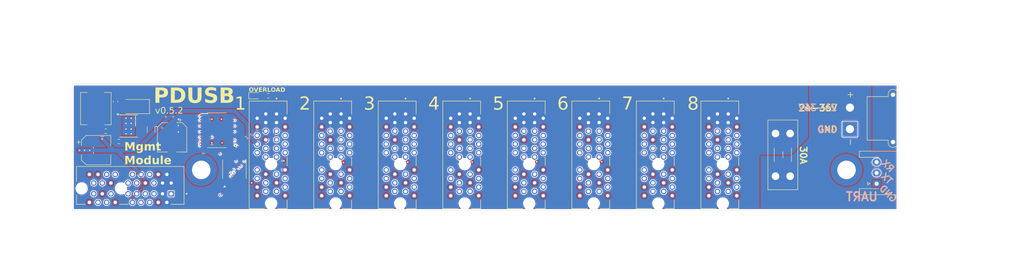
<source format=kicad_pcb>
(kicad_pcb (version 20240108) (generator "pcbnew") (generator_version "8.0")
  (title_block (date "2024-06-09") (rev "v0.5.2"))
  (layers (0 "F.Cu" signal) (1 "In1.Cu" power) (2 "In2.Cu" power) (31 "B.Cu" signal) (34 "B.Paste" user) (35 "F.Paste" user) (36 "B.SilkS" user "B.Silkscreen") (37 "F.SilkS" user "F.Silkscreen") (38 "B.Mask" user) (39 "F.Mask" user) (44 "Edge.Cuts" user))
  (net 0 "")
  (net 1 "GND")
  (net 2 "VIN")
  (net 3 "SDA1")
  (net 4 "ALERT")
  (net 7 "SDA5")
  (net 8 "SDA2")
  (net 9 "SDA6")
  (net 12 "SDA3")
  (net 13 "VDD")
  (net 15 "SDA7")
  (net 16 "SDA4")
  (net 17 "SDA8")
  (net 19 "SWD1")
  (net 21 "SW_A0")
  (net 22 "OVERLOAD")
  (net 28 "SW_A1")
  (net 29 "SWD5")
  (net 30 "SW_A2")
  (net 31 "SWD2")
  (net 32 "SWCLK")
  (net 33 "SWD6")
  (net 34 "SWD3")
  (net 35 "+5V")
  (net 36 "SCL")
  (net 37 "SDA")
  (net 38 "SWD")
  (net 39 "I2C_RESET")
  (net 41 "Net-(D1-A)")
  (net 45 "SWD7")
  (net 50 "/VIN_PREFUSE")
  (net 51 "SWD4")
  (net 59 "SWD8")
  (net 77 "Net-(U1-BOOT)")
  (net 78 "/SW")
  (net 81 "UART_TX")
  (net 86 "UART_RX")
  (net 125 "/VSENSE")
  (footprint "MountingHole:MountingHole_4.3mm_M4_DIN965_Pad" (layer "F.Cu") (at 215 70)
    (property "Reference" "H2" (hide yes))
    (property "Value" "LRS")
  )
  (footprint "Inductor_SMD:L_Sunlord_MWSA0603S" (layer "F.Cu") (at 40.495 55.751471 -90)
    (property "Reference" "L1" (hide yes))
    (property "Value" "15uH")
  )
  (footprint "Local Library:AMPHENOL_PCI_E_10018783-10210TLF" (layer "F.Cu") (at 126.25 68.65 -90)
    (property "Reference" "J9" (hide yes))
    (property "Value" "Bus_PCI_Express_x1")
  )
  (footprint "Diode_SMD:D_SMA" (layer "F.Cu") (at 49.465 55.28 180)
    (property "Reference" "D2" (hide yes))
    (property "Value" "SS34")
  )
  (footprint "Capacitor_SMD:CP_Elec_6.3x5.4_Nichicon" (layer "F.Cu") (at 40.565 65.4)
    (property "Reference" "C4" (hide yes))
    (property "Value" "220uF")
  )
  (footprint "Package_SO:TSSOP-16_4.4x5mm_P0.65mm" (layer "F.Cu") (at 72.7 69.8 90)
    (property "Reference" "U3" (hide yes))
    (property "Value" "74HC4051")
  )
  (footprint "Capacitor_SMD:C_0603_1608Metric" (layer "F.Cu") (at 45.095 54.106471 90)
    (property "Reference" "C3" (hide yes))
    (property "Value" "10nF")
  )
  (footprint "MountingHole:MountingHole_4.3mm_M4_DIN965_Pad" (layer "F.Cu") (at 65 70)
    (property "Reference" "H1" (hide yes))
    (property "Value" "LRS")
  )
  (footprint "Local Library:AMPHENOL_PCI_E_10018783-10210TLF" (layer "F.Cu") (at 96.25 68.65 -90)
    (property "Reference" "J5" (hide yes))
    (property "Value" "Bus_PCI_Express_x1")
  )
  (footprint "Resistor_SMD:R_0603_1608Metric" (layer "F.Cu") (at 45.845 63.406471)
    (property "Reference" "R3" (hide yes))
    (property "Value" "3.24K")
  )
  (footprint "LED_SMD:LED_0603_1608Metric" (layer "F.Cu") (at 77.53 52.75)
    (property "Reference" "D1" (hide yes))
    (property "Value" "LED")
  )
  (footprint "Local Library:AMPHENOL_PCI_E_10018783-10210TLF" (layer "F.Cu") (at 81.25 68.65 -90)
    (property "Reference" "J3" (hide yes))
    (property "Value" "Bus_PCI_Express_x1")
  )
  (footprint "Package_SO:TSSOP-24_4.4x7.8mm_P0.65mm" (layer "F.Cu") (at 68.6225 60.79 180)
    (property "Reference" "U2" (hide yes))
    (property "Value" "TCA9548APWR")
  )
  (footprint "Local Library:AMPHENOL_PCI_E_10018783-10210TLF" (layer "F.Cu") (at 171.25 68.65 -90)
    (property "Reference" "J8" (hide yes))
    (property "Value" "Bus_PCI_Express_x1")
  )
  (footprint "Local Library:AMPHENOL_PCI_E_10018783-10210TLF" (layer "F.Cu") (at 46.35 74.3 180)
    (property "Reference" "J1" (hide yes))
    (property "Value" "Mgmt_Module")
  )
  (footprint "Fuse:Fuseholder_Blade_Mini_Keystone_3568" (layer "F.Cu") (at 201.9 61.54 -90)
    (property "Reference" "F1" (hide yes))
    (property "Value" "15A")
  )
  (footprint "Capacitor_SMD:CP_Elec_6.3x7.7" (layer "F.Cu") (at 58.225 62.426471 -90)
    (property "Reference" "C1" (hide yes))
    (property "Value" "47uF")
  )
  (footprint "Local Library:AMPHENOL_PCI_E_10018783-10210TLF" (layer "F.Cu") (at 141.25 68.65 -90)
    (property "Reference" "J4" (hide yes))
    (property "Value" "Bus_PCI_Express_x1")
  )
  (footprint "Resistor_SMD:R_0603_1608Metric" (layer "F.Cu") (at 80.58 52.77 180)
    (property "Reference" "R1" (hide yes))
    (property "Value" "220R")
  )
  (footprint "Connector_AMASS:AMASS_XT30PW-M_1x02_P2.50mm_Horizontal" (layer "F.Cu") (at 215.8 60.52 -90)
    (property "Reference" "J2" (hide yes))
    (property "Value" "PWR")
  )
  (footprint "Local Library:AMPHENOL_PCI_E_10018783-10210TLF" (layer "F.Cu") (at 186.25 68.65 -90)
    (property "Reference" "J10" (hide yes))
    (property "Value" "Bus_PCI_Express_x1")
  )
  (footprint "Local Library:AMPHENOL_PCI_E_10018783-10210TLF" (layer "F.Cu") (at 111.25 68.65 -90)
    (property "Reference" "J7" (hide yes))
    (property "Value" "Bus_PCI_Express_x1")
  )
  (footprint "Package_SO:TI_SO-PowerPAD-8_ThermalVias" (layer "F.Cu") (at 48.115 59.796471)
    (property "Reference" "U1" (hide yes))
    (property "Value" "TPS5430DDA")
  )
  (footprint "Connector_JST:JST_XH_S3B-XH-A-1_1x03_P2.50mm_Horizontal" (layer "F.Cu") (at 222 73.2 90)
    (property "Reference" "J11" (hide yes))
    (property "Value" "UPS_UART")
  )
  (footprint "Resistor_SMD:R_0603_1608Metric" (layer "F.Cu") (at 42.795 61)
    (property "Reference" "R2" (hide yes))
    (property "Value" "10K")
  )
  (footprint "Capacitor_SMD:C_1206_3216Metric" (layer "F.Cu") (at 53.335 60.606471 -90)
    (property "Reference" "C2" (hide yes))
    (property "Value" "10uF")
  )
  (footprint "Local Library:AMPHENOL_PCI_E_10018783-10210TLF" (layer "F.Cu") (at 156.25 68.65 -90)
    (property "Reference" "J6" (hide yes))
    (property "Value" "Bus_PCI_Express_x1")
  )
  (gr_line (start 35 50.5) (end 35 79) (stroke (width 0.05)) (layer "Edge.Cuts"))
  (gr_arc (start 226.5 50) (mid 226.853553 50.146447) (end 227 50.5) (stroke (width 0.05)) (layer "Edge.Cuts"))
  (gr_line (start 226.5 79.5) (end 35.5 79.5) (stroke (width 0.05)) (layer "Edge.Cuts"))
  (gr_line (start 35.5 50) (end 226.5 50) (stroke (width 0.05)) (layer "Edge.Cuts"))
  (gr_arc (start 227 79) (mid 226.853553 79.353553) (end 226.5 79.5) (stroke (width 0.05)) (layer "Edge.Cuts"))
  (gr_arc (start 35.5 79.5) (mid 35.146447 79.353553) (end 35 79) (stroke (width 0.05)) (layer "Edge.Cuts"))
  (gr_line (start 227 50.5) (end 227 79) (stroke (width 0.05)) (layer "Edge.Cuts"))
  (gr_arc (start 35 50.5) (mid 35.146447 50.146447) (end 35.5 50) (stroke (width 0.05)) (layer "Edge.Cuts"))
  (gr_text "GND" (at 213 61.5 -0) (layer "B.SilkS") (effects (font (size 1.5 1.5) (thickness 0.3) (bold yes)) (justify left bottom mirror)))
  (gr_text "24-36V" (at 212.9 56.4 0) (layer "B.SilkS") (effects (font (size 1.5 1.5) (thickness 0.3) (bold yes)) (justify left bottom mirror)))
  (gr_text "UART" (at 222.5 77.4 0) (layer "B.SilkS") (effects (font (size 2 2) (thickness 0.4) (bold yes)) (justify left bottom mirror)))
  (gr_text "TX" (at 224.8 73.7 315) (layer "B.SilkS") (effects (font (size 1.5 1.5) (thickness 0.3) (bold yes)) (justify left bottom mirror)))
  (gr_text "RX" (at 225.2 70.9 315) (layer "B.SilkS") (effects (font (size 1.5 1.5) (thickness 0.3) (bold yes)) (justify left bottom mirror)))
  (gr_text "GND" (at 225.8 77.9 315) (layer "B.SilkS") (effects (font (size 1.5 1.5) (thickness 0.3) (bold yes)) (justify left bottom mirror)))
  (gr_text "${REVISION}" (at 54.24 57.17 0) (layer "F.SilkS") (effects (font (size 1.5 1.5) (thickness 0.225)) (justify left bottom)))
  (gr_text "8" (at 178 56.5 0) (layer "F.SilkS") (effects (font (size 3 3) (thickness 0.3)) (justify left bottom)))
  (gr_text "24-36V" (at 203.74 56.47 0) (layer "F.SilkS") (effects (font (size 1.5 1.5) (thickness 0.3) (bold yes)) (justify left bottom)))
  (gr_text "Mgmt\nModule" (at 47.1 69 0) (layer "F.SilkS") (effects (font (size 1.9 1.9) (thickness 0.375) (bold yes)) (justify left bottom)))
  (gr_text "GND" (at 208.11 61.47 0) (layer "F.SilkS") (effects (font (size 1.5 1.5) (thickness 0.3) (bold yes)) (justify left bottom)))
  (gr_text "3" (at 102.75 56.5 0) (layer "F.SilkS") (effects (font (size 3 3) (thickness 0.3)) (justify left bottom)))
  (gr_text "30A" (at 204.1 64.3 270) (layer "F.SilkS") (effects (font (size 1.5 1.5) (thickness 0.3) (bold yes)) (justify left bottom)))
  (gr_text "2" (at 87.75 56.5 0) (layer "F.SilkS") (effects (font (size 3 3) (thickness 0.3)) (justify left bottom)))
  (gr_text "6" (at 147.75 56.5 0) (layer "F.SilkS") (effects (font (size 3 3) (thickness 0.3)) (justify left bottom)))
  (gr_text "OVERLOAD" (at 76.045 52.015 0) (layer "F.SilkS") (effects (font (size 1 1) (thickness 0.2) (bold yes)) (justify left bottom)))
  (gr_text "5" (at 132.75 56.5 0) (layer "F.SilkS") (effects (font (size 3 3) (thickness 0.3)) (justify left bottom)))
  (gr_text "7" (at 162.75 56.5 0) (layer "F.SilkS") (effects (font (size 3 3) (thickness 0.3)) (justify left bottom)))
  (gr_text "PDUSB" (at 53.9 55 0) (layer "F.SilkS") (effects (font (size 3.5 3.5) (thickness 0.6) (bold yes)) (justify left bottom)))
  (gr_text "4" (at 117.75 56.5 0) (layer "F.SilkS") (effects (font (size 3 3) (thickness 0.3)) (justify left bottom)))
  (gr_text "1" (at 72.75 56.5 0) (layer "F.SilkS") (effects (font (size 3 3) (thickness 0.3)) (justify left bottom)))
  (via (at 76.7 73) (size 0.6) (drill 0.3) (layers "F.Cu" "B.Cu") (net 1))
  (via (at 143 68.1) (size 0.6) (drill 0.3) (layers "F.Cu" "B.Cu") (net 1))
  (via (at 69.86 63.71) (size 0.6) (drill 0.3) (layers "F.Cu" "B.Cu") (net 1))
  (via (at 128 68.2) (size 0.6) (drill 0.3) (layers "F.Cu" "B.Cu") (net 1))
  (via (at 113 68.2) (size 0.6) (drill 0.3) (layers "F.Cu" "B.Cu") (net 1))
  (via (at 69.7 58.2) (size 0.6) (drill 0.3) (layers "F.Cu" "B.Cu") (net 1))
  (via (at 84.2 67.9) (size 0.6) (drill 0.3) (layers "F.Cu" "B.Cu") (net 1))
  (via (at 67.48 63.71) (size 0.6) (drill 0.3) (layers "F.Cu" "B.Cu") (net 1))
  (via (at 98.1 68.3) (size 0.6) (drill 0.3) (layers "F.Cu" "B.Cu") (net 1))
  (via (at 67.5 58.2) (size 0.6) (drill 0.3) (layers "F.Cu" "B.Cu") (net 1))
  (via (at 158.1 68.1) (size 0.6) (drill 0.3) (layers "F.Cu" "B.Cu") (net 1))
  (via (at 59.66 58.18) (size 0.5) (drill 0.3) (layers "F.Cu" "B.Cu") (net 2))
  (via (at 59.66 61.18) (size 0.5) (drill 0.3) (layers "F.Cu" "B.Cu") (net 2))
  (via (at 59.66 59.68) (size 0.5) (drill 0.3) (layers "F.Cu" "B.Cu") (net 2))
  (segment (start 80 61) (end 77.5 61) (width 0.2) (layer "F.Cu") (net 3))
  (segment (start 77.5 61) (end 76.085 62.415) (width 0.2) (layer "F.Cu") (net 3))
  (segment (start 76.085 62.415) (end 71.485 62.415) (width 0.2) (layer "F.Cu") (net 3))
  (segment (start 64.885 57.215) (end 64.6 57.5) (width 0.2) (layer "F.Cu") (net 7))
  (segment (start 65.76 57.215) (end 64.885 57.215) (width 0.2) (layer "F.Cu") (net 7))
  (via (at 64.6 57.5) (size 0.45) (drill 0.3) (layers "F.Cu" "B.Cu") (net 7))
  (segment (start 72.8 61.11) (end 71.49 61.11) (width 0.2) (layer "F.Cu") (net 8))
  (segment (start 71.49 61.11) (end 71.485 61.115) (width 0.2) (layer "F.Cu") (net 8))
  (via (at 72.8 61.11) (size 0.45) (drill 0.3) (layers "F.Cu" "B.Cu") (net 8))
  (segment (start 64.6 58.52) (end 64.605 58.515) (width 0.2) (layer "F.Cu") (net 9))
  (segment (start 64.605 58.515) (end 65.76 58.515) (width 0.2) (layer "F.Cu") (net 9))
  (via (at 64.6 58.52) (size 0.45) (drill 0.3) (layers "F.Cu" "B.Cu") (net 9))
  (segment (start 72.8 59.81) (end 71.49 59.81) (width 0.2) (layer "F.Cu") (net 12))
  (segment (start 71.49 59.81) (end 71.485 59.815) (width 0.2) (layer "F.Cu") (net 12))
  (via (at 72.8 59.81) (size 0.45) (drill 0.3) (layers "F.Cu" "B.Cu") (net 12))
  (segment (start 68.215 64.365) (end 70.425 66.575) (width 0.2) (layer "F.Cu") (net 13))
  (segment (start 70.425 66.575) (end 70.425 67.025) (width 0.2) (layer "F.Cu") (net 13))
  (segment (start 64.6 64.369732) (end 64.604732 64.365) (width 0.2) (layer "F.Cu") (net 13))
  (segment (start 65.76 64.365) (end 68.215 64.365) (width 0.2) (layer "F.Cu") (net 13))
  (segment (start 64.604732 64.365) (end 65.76 64.365) (width 0.2) (layer "F.Cu") (net 13))
  (via (at 64.6 64.369732) (size 0.45) (drill 0.3) (layers "F.Cu" "B.Cu") (net 13))
  (segment (start 64.605 59.815) (end 65.76 59.815) (width 0.2) (layer "F.Cu") (net 15))
  (segment (start 64.6 59.81) (end 64.605 59.815) (width 0.2) (layer "F.Cu") (net 15))
  (via (at 64.6 59.81) (size 0.45) (drill 0.3) (layers "F.Cu" "B.Cu") (net 15))
  (segment (start 72.785 58.515) (end 71.485 58.515) (width 0.2) (layer "F.Cu") (net 16))
  (segment (start 72.8 58.5) (end 72.785 58.515) (width 0.2) (layer "F.Cu") (net 16))
  (via (at 72.8 58.5) (size 0.45) (drill 0.3) (layers "F.Cu" "B.Cu") (net 16))
  (segment (start 64.6 61.11) (end 65.755 61.11) (width 0.2) (layer "F.Cu") (net 17))
  (segment (start 65.755 61.11) (end 65.76 61.115) (width 0.2) (layer "F.Cu") (net 17))
  (via (at 64.6 61.11) (size 0.45) (drill 0.3) (layers "F.Cu" "B.Cu") (net 17))
  (segment (start 80.279018 64.056) (end 79.279018 64.056) (width 0.2) (layer "F.Cu") (net 19))
  (segment (start 72.979288 68.624999) (end 72.375 68.020711) (width 0.2) (layer "F.Cu") (net 19))
  (segment (start 77.608982 65.056) (end 76.9 65.764982) (width 0.2) (layer "F.Cu") (net 19))
  (segment (start 76.9 65.764982) (end 76.9 67.2) (width 0.2) (layer "F.Cu") (net 19))
  (segment (start 72.375 68.020711) (end 72.375 66.9375) (width 0.2) (layer "F.Cu") (net 19))
  (segment (start 82.5 61) (end 80.944 62.556) (width 0.2) (layer "F.Cu") (net 19))
  (segment (start 80.944 63.391018) (end 80.279018 64.056) (width 0.2) (layer "F.Cu") (net 19))
  (segment (start 76.9 67.2) (end 75.475001 68.624999) (width 0.2) (layer "F.Cu") (net 19))
  (segment (start 75.475001 68.624999) (end 72.979288 68.624999) (width 0.2) (layer "F.Cu") (net 19))
  (segment (start 79.279018 64.056) (end 78.279018 65.056) (width 0.2) (layer "F.Cu") (net 19))
  (segment (start 80.944 62.556) (end 80.944 63.391018) (width 0.2) (layer "F.Cu") (net 19))
  (segment (start 78.279018 65.056) (end 77.608982 65.056) (width 0.2) (layer "F.Cu") (net 19))
  (segment (start 73.675 64.835) (end 73.675 67.025) (width 0.2) (layer "F.Cu") (net 21))
  (segment (start 73.2 64.36) (end 73.675 64.835) (width 0.2) (layer "F.Cu") (net 21))
  (segment (start 73.2 64.36) (end 73.195 64.365) (width 0.2) (layer "F.Cu") (net 21))
  (segment (start 73.195 64.365) (end 71.485 64.365) (width 0.2) (layer "F.Cu") (net 21))
  (via (at 73.2 64.36) (size 0.45) (drill 0.3) (layers "F.Cu" "B.Cu") (net 21))
  (segment (start 81.405 52.77) (end 81.405 59.352018) (width 0.2) (layer "F.Cu") (net 22))
  (segment (start 83.556 73.056) (end 84.5 74) (width 0.2) (layer "F.Cu") (net 22))
  (segment (start 82.108982 60.056) (end 82.891018 60.056) (width 0.2) (layer "F.Cu") (net 22))
  (segment (start 81.405 59.352018) (end 82.108982 60.056) (width 0.2) (layer "F.Cu") (net 22))
  (segment (start 82.891018 60.056) (end 83.556 60.720982) (width 0.2) (layer "F.Cu") (net 22))
  (segment (start 83.556 60.720982) (end 83.556 73.056) (width 0.2) (layer "F.Cu") (net 22))
  (segment (start 72.794997 63.715) (end 71.485 63.715) (width 0.2) (layer "F.Cu") (net 28))
  (segment (start 73.302466 63.720003) (end 74.325 64.742537) (width 0.2) (layer "F.Cu") (net 28))
  (segment (start 72.8 63.720003) (end 73.302466 63.720003) (width 0.2) (layer "F.Cu") (net 28))
  (segment (start 74.325 64.742537) (end 74.325 67.025) (width 0.2) (layer "F.Cu") (net 28))
  (segment (start 72.8 63.720003) (end 72.794997 63.715) (width 0.2) (layer "F.Cu") (net 28))
  (via (at 72.8 63.720003) (size 0.45) (drill 0.3) (layers "F.Cu" "B.Cu") (net 28))
  (segment (start 72.6 69.947808) (end 71.352192 69.947808) (width 0.2) (layer "F.Cu") (net 29))
  (segment (start 70.425 70.875) (end 70.425 72.6625) (width 0.2) (layer "F.Cu") (net 29))
  (segment (start 71.352192 69.947808) (end 70.425 70.875) (width 0.2) (layer "F.Cu") (net 29))
  (via (at 72.6 69.947808) (size 0.45) (drill 0.3) (layers "F.Cu" "B.Cu") (net 29))
  (segment (start 75 68) (end 74.975 67.975) (width 0.2) (layer "F.Cu") (net 30))
  (segment (start 67.515 62.425) (end 67.505 62.415) (width 0.2) (layer "F.Cu") (net 30))
  (segment (start 74.975 67.975) (end 74.975 66.9375) (width 0.2) (layer "F.Cu") (net 30))
  (segment (start 64.6 62.41) (end 64.605 62.415) (width 0.2) (layer "F.Cu") (net 30))
  (segment (start 64.605 62.415) (end 65.76 62.415) (width 0.2) (layer "F.Cu") (net 30))
  (segment (start 67.505 62.415) (end 65.76 62.415) (width 0.2) (layer "F.Cu") (net 30))
  (via (at 67.515 62.425) (size 0.45) (drill 0.3) (layers "F.Cu" "B.Cu") (net 30))
  (via (at 64.6 62.41) (size 0.45) (drill 0.3) (layers "F.Cu" "B.Cu") (net 30))
  (via (at 75 68) (size 0.45) (drill 0.3) (layers "F.Cu" "B.Cu") (net 30))
  (segment (start 74.175 69.024999) (end 72.813602 69.024999) (width 0.2) (layer "F.Cu") (net 31))
  (segment (start 72.813602 69.024999) (end 71.725 67.936397) (width 0.2) (layer "F.Cu") (net 31))
  (segment (start 71.725 67.936397) (end 71.725 66.9375) (width 0.2) (layer "F.Cu") (net 31))
  (segment (start 74.3 69.149999) (end 74.175 69.024999) (width 0.2) (layer "F.Cu") (net 31))
  (via (at 74.3 69.149999) (size 0.45) (drill 0.3) (layers "F.Cu" "B.Cu") (net 31))
  (segment (start 72.631913 70.7) (end 73.025 71.093087) (width 0.2) (layer "F.Cu") (net 33))
  (segment (start 73.025 71.093087) (end 73.025 72.6625) (width 0.2) (layer "F.Cu") (net 33))
  (via (at 72.631913 70.7) (size 0.45) (drill 0.3) (layers "F.Cu" "B.Cu") (net 33))
  (segment (start 73.496751 69.424999) (end 72.647916 69.424999) (width 0.2) (layer "F.Cu") (net 34))
  (segment (start 72.647916 69.424999) (end 71.075 67.852083) (width 0.2) (layer "F.Cu") (net 34))
  (segment (start 71.075 67.852083) (end 71.075 66.9375) (width 0.2) (layer "F.Cu") (net 34))
  (segment (start 73.7 69.628248) (end 73.496751 69.424999) (width 0.2) (layer "F.Cu") (net 34))
  (via (at 73.7 69.628248) (size 0.5) (drill 0.3) (layers "F.Cu" "B.Cu") (net 34))
  (segment (start 41.97 62.79) (end 41.97 61) (width 0.2) (layer "F.Cu") (net 35))
  (via (at 37.871471 65.46) (size 0.6) (drill 0.3) (layers "F.Cu" "B.Cu") (net 35))
  (via (at 41.97 62.79) (size 0.45) (drill 0.3) (layers "F.Cu" "B.Cu") (net 35))
  (via (at 39.09 65.46) (size 0.6) (drill 0.3) (layers "F.Cu" "B.Cu") (net 35))
  (via (at 36.71 65.46) (size 0.6) (drill 0.3) (layers "F.Cu" "B.Cu") (net 35))
  (segment (start 45.41 65.46) (end 44.64 65.46) (width 1) (layer "B.Cu") (net 35))
  (segment (start 51 71.05) (end 51 74.55) (width 0.3) (layer "B.Cu") (net 35))
  (segment (start 51 71.05) (end 45.41 65.46) (width 1) (layer "B.Cu") (net 35))
  (segment (start 75.8 59.4) (end 75.8 61.8) (width 1) (layer "B.Cu") (net 35))
  (segment (start 37.871471 65.46) (end 37.865 65.466471) (width 0.2) (layer "B.Cu") (net 35))
  (segment (start 49.84 65.46) (end 59 56.3) (width 1) (layer "B.Cu") (net 35))
  (segment (start 75.8 61.8) (end 78 64) (width 1) (layer "B.Cu") (net 35))
  (segment (start 49 77.55) (end 49 76.55) (width 0.3) (layer "B.Cu") (net 35))
  (segment (start 49 76.55) (end 50 75.55) (width 0.3) (layer "B.Cu") (net 35))
  (segment (start 44.64 65.46) (end 36.71 65.46) (width 1) (layer "B.Cu") (net 35))
  (segment (start 41.97 62.79) (end 44.64 65.46) (width 1) (layer "B.Cu") (net 35))
  (segment (start 44.64 65.46) (end 49.84 65.46) (width 1) (layer "B.Cu") (net 35))
  (segment (start 51 74.55) (end 50 75.55) (width 0.3) (layer "B.Cu") (net 35))
  (segment (start 72.7 56.3) (end 75.8 59.4) (width 1) (layer "B.Cu") (net 35))
  (segment (start 59 56.3) (end 72.7 56.3) (width 1) (layer "B.Cu") (net 35))
  (segment (start 70.829044 61.765) (end 71.485 61.765) (width 0.2) (layer "F.Cu") (net 36))
  (segment (start 66.575 60.465) (end 65.76 60.465) (width 0.2) (layer "F.Cu") (net 36))
  (segment (start 70.4475 60.765001) (end 70.4475 61.383456) (width 0.2) (layer "F.Cu") (net 36))
  (segment (start 65.76 61.765) (end 66.497499 61.765) (width 0.2) (layer "F.Cu") (net 36))
  (segment (start 70.747501 59.165) (end 70.4 59.512501) (width 0.2) (layer "F.Cu") (net 36))
  (segment (start 70.4 60.035956) (end 70.829044 60.465) (width 0.2) (layer "F.Cu") (net 36))
  (segment (start 65.76 61.765) (end 64.502537 61.765) (width 0.2) (layer "F.Cu") (net 36))
  (segment (start 66.497499 59.165) (end 66.7975 59.465001) (width 0.2) (layer "F.Cu") (net 36))
  (segment (start 65.76 60.465) (end 66.497499 60.465) (width 0.2) (layer "F.Cu") (net 36))
  (segment (start 64.075 63.502266) (end 64.075 64.587195) (width 0.2) (layer "F.Cu") (net 36))
  (segment (start 71.485 59.165) (end 70.747501 59.165) (width 0.2) (layer "F.Cu") (net 36))
  (segment (start 66.605 59.165) (end 65.76 59.165) (width 0.2) (layer "F.Cu") (net 36))
  (segment (start 70.829044 59.165) (end 71.485 59.165) (width 0.2) (layer "F.Cu") (net 36))
  (segment (start 65.387805 65.9) (end 69 65.9) (width 0.2) (layer "F.Cu") (net 36))
  (segment (start 71.485 60.465) (end 70.747501 60.465) (width 0.2) (layer "F.Cu") (net 36))
  (segment (start 64.075 62.192537) (end 64.075 62.675) (width 0.2) (layer "F.Cu") (net 36))
  (segment (start 64.50754 63.069726) (end 64.075 63.502266) (width 0.2) (layer "F.Cu") (net 36))
  (segment (start 65.76 57.865) (end 66.497499 57.865) (width 0.2) (layer "F.Cu") (net 36))
  (segment (start 66.7975 60.765001) (end 66.7975 61.5325) (width 0.2) (layer "F.Cu") (net 36))
  (segment (start 66.497499 57.865) (end 66.7975 58.165001) (width 0.2) (layer "F.Cu") (net 36))
  (segment (start 64.502537 61.765) (end 64.075 62.192537) (width 0.2) (layer "F.Cu") (net 36))
  (segment (start 64.075 62.675) (end 64.469726 63.069726) (width 0.2) (layer "F.Cu") (net 36))
  (segment (start 70.4475 58.246544) (end 70.4475 58.783456) (width 0.2) (layer "F.Cu") (net 36))
  (segment (start 69 65.9) (end 69.4 66.3) (width 0.2) (layer "F.Cu") (net 36))
  (segment (start 70.829044 57.865) (end 70.4475 58.246544) (width 0.2) (layer "F.Cu") (net 36))
  (segment (start 66.7975 58.165001) (end 66.7975 58.9725) (width 0.2) (layer "F.Cu") (net 36))
  (segment (start 70.747501 60.465) (end 70.4475 60.765001) (width 0.2) (layer "F.Cu") (net 36))
  (segment (start 70.829044 60.465) (end 71.485 60.465) (width 0.2) (layer "F.Cu") (net 36))
  (segment (start 66.565 61.765) (end 65.76 61.765) (width 0.2) (layer "F.Cu") (net 36))
  (segment (start 66.7975 58.9725) (end 66.605 59.165) (width 0.2) (layer "F.Cu") (net 36))
  (segment (start 70.4 59.512501) (end 70.4 60.035956) (width 0.2) (layer "F.Cu") (net 36))
  (segment (start 71.485 57.865) (end 70.829044 57.865) (width 0.2) (layer "F.Cu") (net 36))
  (segment (start 65.76 59.165) (end 66.497499 59.165) (width 0.2) (layer "F.Cu") (net 36))
  (segment (start 64.075 64.587195) (end 65.387805 65.9) (width 0.2) (layer "F.Cu") (net 36))
  (segment (start 64.469726 63.069726) (end 64.6 63.069726) (width 0.2) (layer "F.Cu") (net 36))
  (segment (start 64.617574 63.060004) (end 65.755004 63.060004) (width 0.2) (layer "F.Cu") (net 36))
  (segment (start 66.7975 61.5325) (end 66.565 61.765) (width 0.2) (layer "F.Cu") (net 36))
  (segment (start 64.6 63.069726) (end 64.50754 63.069726) (width 0.2) (layer "F.Cu") (net 36))
  (segment (start 66.7975 59.465001) (end 66.7975 60.2425) (width 0.2) (layer "F.Cu") (net 36))
  (segment (start 70.4475 58.783456) (end 70.829044 59.165) (width 0.2) (layer "F.Cu") (net 36))
  (segment (start 65.755004 63.060004) (end 65.76 63.065) (width 0.2) (layer "F.Cu") (net 36))
  (segment (start 71.485 61.765) (end 65.76 61.765) (width 0.2) (layer "F.Cu") (net 36))
  (segment (start 66.7975 60.2425) (end 66.575 60.465) (width 0.2) (layer "F.Cu") (net 36))
  (segment (start 66.497499 60.465) (end 66.7975 60.765001) (width 0.2) (layer "F.Cu") (net 36))
  (segment (start 70.4475 61.383456) (end 70.829044 61.765) (width 0.2) (layer "F.Cu") (net 36))
  (via (at 64.6 63.069726) (size 0.45) (drill 0.3) (layers "F.Cu" "B.Cu") (net 36))
  (via (at 69.4 66.3) (size 0.45) (drill 0.3) (layers "F.Cu" "B.Cu") (net 36))
  (segment (start 64.6 63.719729) (end 65.755271 63.719729) (width 0.2) (layer "F.Cu") (net 37))
  (segment (start 65.755271 63.719729) (end 65.76 63.715) (width 0.2) (layer "F.Cu") (net 37))
  (via (at 64.6 63.719729) (size 0.45) (drill 0.3) (layers "F.Cu" "B.Cu") (net 37))
  (segment (start 71.725 73.569) (end 71.725 72.6625) (width 0.2) (layer "F.Cu") (net 38))
  (segment (start 69.447 75.847) (end 71.725 73.569) (width 0.2) (layer "F.Cu") (net 38))
  (via (at 69.447 75.847) (size 0.6) (drill 0.3) (layers "F.Cu" "B.Cu") (net 38))
  (segment (start 72.795 63.065) (end 71.485 63.065) (width 0.2) (layer "F.Cu") (net 39))
  (segment (start 72.8 63.07) (end 72.795 63.065) (width 0.2) (layer "F.Cu") (net 39))
  (via (at 72.8 63.07) (size 0.45) (drill 0.3) (layers "F.Cu" "B.Cu") (net 39))
  (segment (start 78.3175 52.75) (end 79.735 52.75) (width 0.2) (layer "F.Cu") (net 41))
  (segment (start 79.735 52.75) (end 79.755 52.77) (width 0.2) (layer "F.Cu") (net 41))
  (segment (start 71.860315 70.748489) (end 71.851511 70.748489) (width 0.2) (layer "F.Cu") (net 45))
  (segment (start 71.075 71.525) (end 71.075 72.6625) (width 0.2) (layer "F.Cu") (net 45))
  (segment (start 71.851511 70.748489) (end 71.075 71.525) (width 0.2) (layer "F.Cu") (net 45))
  (via (at 71.860315 70.748489) (size 0.45) (drill 0.3) (layers "F.Cu" "B.Cu") (net 45))
  (segment (start 73.025 67.928248) (end 73.025 66.9375) (width 0.2) (layer "F.Cu") (net 51))
  (segment (start 73.1 68.003248) (end 73.025 67.928248) (width 0.2) (layer "F.Cu") (net 51))
  (via (at 73.1 68.003248) (size 0.45) (drill 0.3) (layers "F.Cu" "B.Cu") (net 51))
  (segment (start 72.375 71.996232) (end 72.375 72.6625) (width 0.2) (layer "F.Cu") (net 59))
  (segment (start 71.860616 71.481848) (end 72.375 71.996232) (width 0.2) (layer "F.Cu") (net 59))
  (via (at 71.860616 71.481848) (size 0.45) (drill 0.3) (layers "F.Cu" "B.Cu") (net 59))
  (segment (start 45.095 57.571471) (end 45.415 57.891471) (width 0.2) (layer "F.Cu") (net 77))
  (segment (start 45.095 54.881471) (end 45.095 57.571471) (width 0.2) (layer "F.Cu") (net 77))
  (segment (start 45.415 61.701471) (end 45.415 63.011471) (width 0.2) (layer "F.Cu") (net 125))
  (segment (start 44.321471 61.701471) (end 43.62 61) (width 0.2) (layer "F.Cu") (net 125))
  (segment (start 45.415 61.701471) (end 44.321471 61.701471) (width 0.2) (layer "F.Cu") (net 125))
  (segment (start 45.415 63.011471) (end 45.02 63.406471) (width 0.2) (layer "F.Cu") (net 125))
  (zone (net 2) (net_name "VIN") (layer "F.Cu") (priority 5) (connect_pads yes (clearance 0)) (min_thickness 0.25) (fill yes (thermal_gap 0.5) (thermal_bridge_width 0.5))
    (polygon (pts (xy 49.85 58.5) (xy 49.85 59.79) (xy 55.6 59.79) (xy 57.48 61.67) (xy 60.37 61.67) (xy 60.37 57.77) (xy 52.73 57.77) (xy 52 58.5)))
  )
  (zone (net 78) (net_name "/SW") (layer "F.Cu") (priority 5) (connect_pads yes (clearance 0)) (min_thickness 0.25) (fill yes (thermal_gap 0.5) (thermal_bridge_width 0.5))
    (polygon (pts (xy 38.55 54.09) (xy 49.85 54.09) (xy 49.85 58.5) (xy 52 58.5) (xy 52 58.08) (xy 52.93 57.15) (xy 52.93 51.31) (xy 38.56 51.31) (xy 38.55 51.32)))
  )
  (zone (net 1) (net_name "GND") (layer "F.Cu") (connect_pads yes (clearance 0)) (min_thickness 0.25) (fill yes (thermal_gap 0.5) (thermal_bridge_width 0.5))
    (polygon (pts (xy 35 50) (xy 227.01 50) (xy 227.01 79.5) (xy 35 79.5)))
  )
  (zone (net 35) (net_name "+5V") (layer "F.Cu") (priority 5) (connect_pads yes (clearance 0)) (min_thickness 0.25) (fill yes (thermal_gap 0.5) (thermal_bridge_width 0.5))
    (polygon (pts (xy 35.915 66.467559) (xy 35.915 62.706471) (xy 38.545 60.076471) (xy 38.545 57.396561) (xy 42.451881 57.39457) (xy 42.44544 60.146471) (xy 41.725 60.146471) (xy 39.815 62.056471) (xy 39.815 66.476264)))
  )
  (zone (net 50) (net_name "/VIN_PREFUSE") (layer "B.Cu") (priority 5) (connect_pads yes (clearance 0)) (min_thickness 0.25) (fill yes (thermal_gap 0.5) (thermal_bridge_width 0.5))
    (polygon (pts (xy 227 50) (xy 227 79.5) (xy 195 79.5) (xy 195 66.7) (xy 202.2 66.7) (xy 206.3 62.6) (xy 206.3 50)))
  )
  (zone (net 1) (net_name "GND") (layer "B.Cu") (priority 6) (connect_pads yes (clearance 0)) (min_thickness 0.25) (fill yes (thermal_gap 0.5) (thermal_bridge_width 0.5) (island_removal_mode 1) (island_area_min 10))
    (polygon (pts (xy 227 50) (xy 227 65.5) (xy 221 65.5) (xy 221 50)))
  )
  (zone (net 2) (net_name "VIN") (layer "B.Cu") (connect_pads yes (clearance 0)) (min_thickness 0.25) (fill yes (thermal_gap 0.5) (thermal_bridge_width 0.5))
    (polygon (pts (xy 35 50) (xy 227 50) (xy 227 79.5) (xy 35 79.5)))
  )
)
</source>
